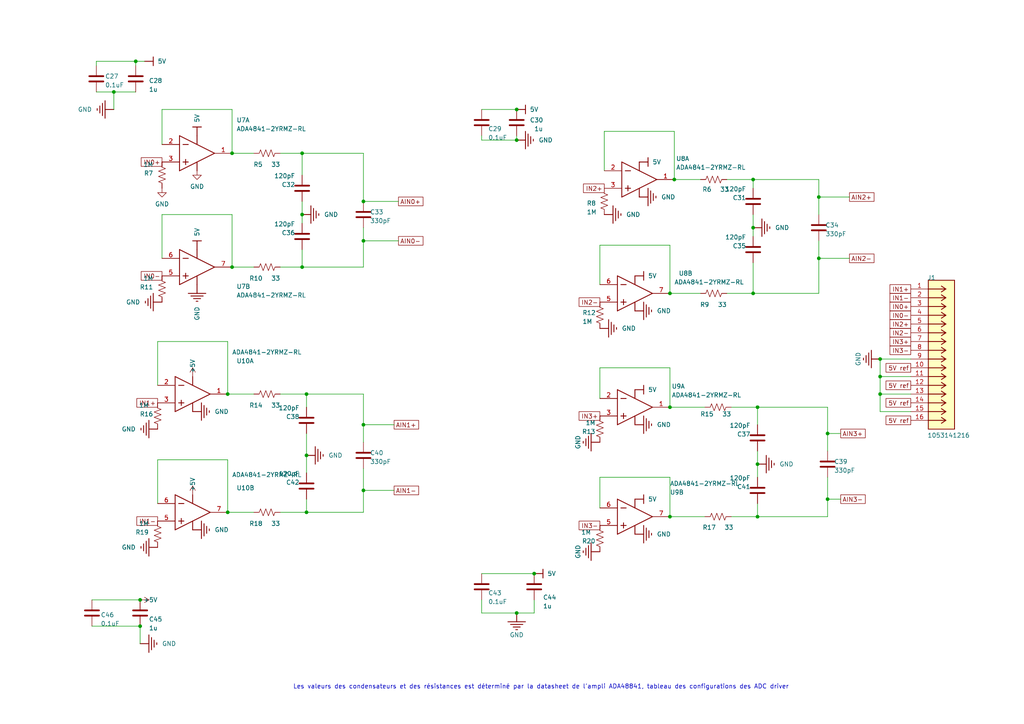
<source format=kicad_sch>
(kicad_sch (version 20211123) (generator eeschema)
  (paper "A4")
  (junction (at 149.86 177.8))
  (junction (at 194.31 149.86))
  (junction (at 40.64 173.99))
  (junction (at 88.9 114.3))
  (junction (at 218.44 66.04))
  (junction (at 219.71 118.11))
  (junction (at 66.04 114.3))
  (junction (at 255.27 109.22))
  (junction (at 237.49 57.15))
  (junction (at 88.9 148.59))
  (junction (at 105.41 142.24))
  (junction (at 237.49 74.93))
  (junction (at 255.27 104.14))
  (junction (at 105.41 58.42))
  (junction (at 194.31 85.09))
  (junction (at 219.71 149.86))
  (junction (at 218.44 85.09))
  (junction (at 40.64 181.61))
  (junction (at 195.58 52.07))
  (junction (at 149.86 31.75))
  (junction (at 105.41 69.85))
  (junction (at 33.02 26.67))
  (junction (at 194.31 118.11))
  (junction (at 240.03 125.73))
  (junction (at 149.86 40.64))
  (junction (at 39.37 17.78))
  (junction (at 87.63 77.47))
  (junction (at 219.71 134.62))
  (junction (at 240.03 144.78))
  (junction (at 88.9 132.08))
  (junction (at 255.27 114.3))
  (junction (at 66.04 148.59))
  (junction (at 218.44 52.07))
  (junction (at 105.41 123.19))
  (junction (at 87.63 62.23))
  (junction (at 67.31 44.45))
  (junction (at 67.31 77.47))
  (junction (at 154.94 166.37))
  (junction (at 87.63 44.45))
  (wire (pts (xy 173.99 147.32) (xy 173.99 138.43)))
  (wire (pts (xy 240.03 125.73) (xy 243.84 125.73)))
  (wire (pts (xy 81.28 148.59) (xy 88.9 148.59)))
  (wire (pts (xy 154.94 177.8) (xy 149.86 177.8)))
  (wire (pts (xy 237.49 52.07) (xy 218.44 52.07)))
  (wire (pts (xy 45.72 111.76) (xy 45.72 99.06)))
  (wire (pts (xy 81.28 44.45) (xy 87.63 44.45)))
  (wire (pts (xy 173.99 138.43) (xy 194.31 138.43)))
  (wire (pts (xy 218.44 66.04) (xy 218.44 68.58)))
  (wire (pts (xy 194.31 149.86) (xy 204.47 149.86)))
  (wire (pts (xy 67.31 31.75) (xy 67.31 44.45)))
  (wire (pts (xy 218.44 52.07) (xy 218.44 54.61)))
  (wire (pts (xy 66.04 133.35) (xy 66.04 148.59)))
  (wire (pts (xy 154.94 173.99) (xy 154.94 177.8)))
  (wire (pts (xy 33.02 26.67) (xy 39.37 26.67)))
  (wire (pts (xy 88.9 118.11) (xy 88.9 114.3)))
  (wire (pts (xy 173.99 82.55) (xy 173.99 71.12)))
  (wire (pts (xy 105.41 123.19) (xy 114.3 123.19)))
  (wire (pts (xy 39.37 17.78) (xy 39.37 19.05)))
  (wire (pts (xy 105.41 148.59) (xy 88.9 148.59)))
  (wire (pts (xy 255.27 119.38) (xy 255.27 114.3)))
  (wire (pts (xy 218.44 85.09) (xy 218.44 76.2)))
  (wire (pts (xy 105.41 142.24) (xy 105.41 148.59)))
  (wire (pts (xy 67.31 62.23) (xy 46.99 62.23)))
  (wire (pts (xy 149.86 40.64) (xy 149.86 39.37)))
  (wire (pts (xy 105.41 135.89) (xy 105.41 142.24)))
  (wire (pts (xy 139.7 177.8) (xy 149.86 177.8)))
  (wire (pts (xy 255.27 114.3) (xy 255.27 109.22)))
  (wire (pts (xy 219.71 118.11) (xy 212.09 118.11)))
  (wire (pts (xy 26.67 173.99) (xy 40.64 173.99)))
  (wire (pts (xy 33.02 26.67) (xy 33.02 31.75)))
  (wire (pts (xy 27.94 17.78) (xy 39.37 17.78)))
  (wire (pts (xy 210.82 52.07) (xy 218.44 52.07)))
  (wire (pts (xy 87.63 44.45) (xy 87.63 50.8)))
  (wire (pts (xy 88.9 132.08) (xy 88.9 137.16)))
  (wire (pts (xy 46.99 62.23) (xy 46.99 74.93)))
  (wire (pts (xy 237.49 57.15) (xy 237.49 52.07)))
  (wire (pts (xy 195.58 52.07) (xy 203.2 52.07)))
  (wire (pts (xy 240.03 138.43) (xy 240.03 144.78)))
  (wire (pts (xy 203.2 85.09) (xy 194.31 85.09)))
  (wire (pts (xy 195.58 38.1) (xy 195.58 52.07)))
  (wire (pts (xy 87.63 58.42) (xy 87.63 62.23)))
  (wire (pts (xy 105.41 69.85) (xy 105.41 77.47)))
  (wire (pts (xy 88.9 148.59) (xy 88.9 144.78)))
  (wire (pts (xy 115.57 58.42) (xy 105.41 58.42)))
  (wire (pts (xy 46.99 41.91) (xy 46.99 31.75)))
  (wire (pts (xy 45.72 99.06) (xy 66.04 99.06)))
  (wire (pts (xy 66.04 148.59) (xy 73.66 148.59)))
  (wire (pts (xy 66.04 114.3) (xy 73.66 114.3)))
  (wire (pts (xy 240.03 118.11) (xy 219.71 118.11)))
  (wire (pts (xy 175.26 49.53) (xy 175.26 38.1)))
  (wire (pts (xy 255.27 109.22) (xy 255.27 104.14)))
  (wire (pts (xy 240.03 144.78) (xy 243.84 144.78)))
  (wire (pts (xy 45.72 146.05) (xy 45.72 133.35)))
  (wire (pts (xy 218.44 62.23) (xy 218.44 66.04)))
  (wire (pts (xy 67.31 44.45) (xy 73.66 44.45)))
  (wire (pts (xy 264.16 119.38) (xy 255.27 119.38)))
  (wire (pts (xy 105.41 123.19) (xy 105.41 114.3)))
  (wire (pts (xy 219.71 130.81) (xy 219.71 134.62)))
  (wire (pts (xy 173.99 115.57) (xy 173.99 106.68)))
  (wire (pts (xy 87.63 72.39) (xy 87.63 77.47)))
  (wire (pts (xy 105.41 44.45) (xy 87.63 44.45)))
  (wire (pts (xy 87.63 62.23) (xy 87.63 64.77)))
  (wire (pts (xy 240.03 130.81) (xy 240.03 125.73)))
  (wire (pts (xy 105.41 114.3) (xy 88.9 114.3)))
  (wire (pts (xy 173.99 106.68) (xy 194.31 106.68)))
  (wire (pts (xy 139.7 40.64) (xy 149.86 40.64)))
  (wire (pts (xy 105.41 44.45) (xy 105.41 58.42)))
  (wire (pts (xy 210.82 85.09) (xy 218.44 85.09)))
  (wire (pts (xy 81.28 114.3) (xy 88.9 114.3)))
  (wire (pts (xy 26.67 181.61) (xy 40.64 181.61)))
  (wire (pts (xy 237.49 57.15) (xy 246.38 57.15)))
  (wire (pts (xy 45.72 133.35) (xy 66.04 133.35)))
  (wire (pts (xy 41.91 17.78) (xy 39.37 17.78)))
  (wire (pts (xy 264.16 109.22) (xy 255.27 109.22)))
  (wire (pts (xy 237.49 74.93) (xy 237.49 85.09)))
  (wire (pts (xy 264.16 114.3) (xy 255.27 114.3)))
  (wire (pts (xy 139.7 39.37) (xy 139.7 40.64)))
  (wire (pts (xy 175.26 38.1) (xy 195.58 38.1)))
  (wire (pts (xy 219.71 149.86) (xy 212.09 149.86)))
  (wire (pts (xy 240.03 149.86) (xy 219.71 149.86)))
  (wire (pts (xy 194.31 106.68) (xy 194.31 118.11)))
  (wire (pts (xy 67.31 77.47) (xy 67.31 62.23)))
  (wire (pts (xy 67.31 77.47) (xy 73.66 77.47)))
  (wire (pts (xy 139.7 31.75) (xy 149.86 31.75)))
  (wire (pts (xy 27.94 26.67) (xy 33.02 26.67)))
  (wire (pts (xy 27.94 19.05) (xy 27.94 17.78)))
  (wire (pts (xy 237.49 69.85) (xy 237.49 74.93)))
  (wire (pts (xy 105.41 142.24) (xy 114.3 142.24)))
  (wire (pts (xy 237.49 85.09) (xy 218.44 85.09)))
  (wire (pts (xy 194.31 71.12) (xy 194.31 85.09)))
  (wire (pts (xy 237.49 74.93) (xy 246.38 74.93)))
  (wire (pts (xy 105.41 69.85) (xy 115.57 69.85)))
  (wire (pts (xy 194.31 138.43) (xy 194.31 149.86)))
  (wire (pts (xy 105.41 77.47) (xy 87.63 77.47)))
  (wire (pts (xy 139.7 173.99) (xy 139.7 177.8)))
  (wire (pts (xy 240.03 144.78) (xy 240.03 149.86)))
  (wire (pts (xy 66.04 99.06) (xy 66.04 114.3)))
  (wire (pts (xy 46.99 31.75) (xy 67.31 31.75)))
  (wire (pts (xy 88.9 125.73) (xy 88.9 132.08)))
  (wire (pts (xy 219.71 146.05) (xy 219.71 149.86)))
  (wire (pts (xy 173.99 71.12) (xy 194.31 71.12)))
  (wire (pts (xy 139.7 166.37) (xy 154.94 166.37)))
  (wire (pts (xy 194.31 118.11) (xy 204.47 118.11)))
  (wire (pts (xy 105.41 128.27) (xy 105.41 123.19)))
  (wire (pts (xy 219.71 123.19) (xy 219.71 118.11)))
  (wire (pts (xy 219.71 134.62) (xy 219.71 138.43)))
  (wire (pts (xy 255.27 104.14) (xy 264.16 104.14)))
  (wire (pts (xy 105.41 66.04) (xy 105.41 69.85)))
  (wire (pts (xy 237.49 62.23) (xy 237.49 57.15)))
  (wire (pts (xy 40.64 181.61) (xy 40.64 186.69)))
  (wire (pts (xy 240.03 125.73) (xy 240.03 118.11)))
  (wire (pts (xy 81.28 77.47) (xy 87.63 77.47)))
  (text "Les valeurs des condensateurs et des résistances est déterminé par la datasheet de l'ampli ADA48841, tableau des configurations des ADC driver" (at 85 200.0072 0) (effects (font (size 1.27 1.27)) (justify left bottom)))
  (global_label "5V ref" (shape passive) (at 264.16 111.76 180) (property "Intersheet References" "${INTERSHEET_REFS}" (effects hide)))
  (global_label "AIN3-" (shape passive) (at 243.84 144.78 0) (property "Intersheet References" "${INTERSHEET_REFS}" (effects hide)))
  (global_label "IN1-" (shape passive) (at 264.16 86.36 180) (property "Intersheet References" "${INTERSHEET_REFS}" (effects hide)))
  (global_label "5V ref" (shape passive) (at 264.16 121.92 180) (property "Intersheet References" "${INTERSHEET_REFS}" (effects hide)))
  (global_label "IN2+" (shape passive) (at 264.16 93.98 180) (property "Intersheet References" "${INTERSHEET_REFS}" (effects hide)))
  (global_label "AIN1-" (shape passive) (at 114.3 142.24 0) (property "Intersheet References" "${INTERSHEET_REFS}" (effects hide)))
  (global_label "IN0-" (shape passive) (at 46.99 80.01 180) (property "Intersheet References" "${INTERSHEET_REFS}" (effects hide)))
  (global_label "IN3+" (shape passive) (at 264.16 99.06 180) (property "Intersheet References" "${INTERSHEET_REFS}" (effects hide)))
  (global_label "IN2+" (shape passive) (at 175.26 54.61 180) (property "Intersheet References" "${INTERSHEET_REFS}" (effects hide)))
  (global_label "IN3-" (shape passive) (at 264.16 101.6 180) (property "Intersheet References" "${INTERSHEET_REFS}" (effects hide)))
  (global_label "IN2-" (shape passive) (at 264.16 96.52 180) (property "Intersheet References" "${INTERSHEET_REFS}" (effects hide)))
  (global_label "IN0+" (shape passive) (at 46.99 46.99 180) (property "Intersheet References" "${INTERSHEET_REFS}" (effects hide)))
  (global_label "5V ref" (shape passive) (at 264.16 116.84 180) (property "Intersheet References" "${INTERSHEET_REFS}" (effects hide)))
  (global_label "IN0-" (shape passive) (at 264.16 91.44 180) (property "Intersheet References" "${INTERSHEET_REFS}" (effects hide)))
  (global_label "AIN2+" (shape passive) (at 246.38 57.15 0) (property "Intersheet References" "${INTERSHEET_REFS}" (effects hide)))
  (global_label "IN3-" (shape passive) (at 173.99 152.4 180) (property "Intersheet References" "${INTERSHEET_REFS}" (effects hide)))
  (global_label "5V ref" (shape passive) (at 264.16 106.68 180) (property "Intersheet References" "${INTERSHEET_REFS}" (effects hide)))
  (global_label "AIN1+" (shape passive) (at 114.3 123.19 0) (property "Intersheet References" "${INTERSHEET_REFS}" (effects hide)))
  (global_label "IN1-" (shape passive) (at 45.72 151.13 180) (property "Intersheet References" "${INTERSHEET_REFS}" (effects hide)))
  (global_label "IN1+" (shape passive) (at 45.72 116.84 180) (property "Intersheet References" "${INTERSHEET_REFS}" (effects hide)))
  (global_label "AIN0+" (shape passive) (at 115.57 58.42 0) (property "Intersheet References" "${INTERSHEET_REFS}" (effects hide)))
  (global_label "AIN2-" (shape passive) (at 246.38 74.93 0) (property "Intersheet References" "${INTERSHEET_REFS}" (effects hide)))
  (global_label "AIN0-" (shape passive) (at 115.57 69.85 0) (property "Intersheet References" "${INTERSHEET_REFS}" (effects hide)))
  (global_label "IN1+" (shape passive) (at 264.16 83.82 180) (property "Intersheet References" "${INTERSHEET_REFS}" (effects hide)))
  (global_label "AIN3+" (shape passive) (at 243.84 125.73 0) (property "Intersheet References" "${INTERSHEET_REFS}" (effects hide)))
  (global_label "IN0+" (shape passive) (at 264.16 88.9 180) (property "Intersheet References" "${INTERSHEET_REFS}" (effects hide)))
  (global_label "IN2-" (shape passive) (at 173.99 87.63 180) (property "Intersheet References" "${INTERSHEET_REFS}" (effects hide)))
  (global_label "IN3+" (shape passive) (at 173.99 120.65 180) (property "Intersheet References" "${INTERSHEET_REFS}" (effects hide)))
  (symbol (lib_id "Device:R_US") (at 173.99 156.21 180) (unit 1)
    (property "Reference" "R20" (at 172.72 156.21 0) (effects (justify left bottom)))
    (property "Value" "1M" (at 171.45 153.67 0) (effects (justify left bottom)))
    (property "Footprint" "RESC1608X55N" (effects hide))
    (property "PRICE" "None" (effects hide))
    (property "AVAILABILITY" "Unavailable" (effects hide))
    (property "ALTIUM_VALUE" "*" (effects hide))
    (property "MP" "RT0603DRD071ML" (effects hide))
    (property "PACKAGE" "None" (effects hide))
    (property "MF" "{'manufacturer': u'Yageo'}" (effects hide))
    (property "COMPONENT TYPE" "Standard" (effects hide))
    (property "DESIGN ITEM ID" "RT0603DRD071ML" (effects hide))
    (property "PIN COUNT" "2" (effects hide))
    (property "SOURCE" "workerBoard.SCHLIB" (effects hide))
  )
  (symbol (lib_id "driver0-3-altium-import:GND") (at 87.63 62.23 90) (unit 1)
    (property "Reference" "#PWR?" (effects hide))
    (property "Value" "GND" (at 93.98 62.23 90) (effects (justify right)))
  )
  (symbol (lib_id "driver0-3-altium-import:GND") (at 219.71 134.62 90) (unit 1)
    (property "Reference" "#PWR?" (effects hide))
    (property "Value" "GND" (at 226.06 134.62 90) (effects (justify right)))
  )
  (symbol (lib_id "lib:connector_accel") (at 264.16 83.82 0) (unit 1)
    (property "Reference" "J1" (at 268.986 81.28 0) (effects (justify left bottom)))
    (property "Value" "1053141216" (at 268.986 127 0) (effects (justify left bottom)))
    (property "Footprint" "CON_1053141216" (effects hide))
    (property "COPYRIGHT" "Copyright (C) 2021 Ultra Librarian. All rights reserved." (effects hide))
    (property "MFR_NAME" "Molex Connector Corporation" (effects hide))
    (property "MANUFACTURER_PART_NUMBER" "1053141216" (effects hide))
    (property "DIGI-KEY_PART_NUMBER_1" "WM15165-ND" (effects hide))
    (property "REFDES" "RefDes" (effects hide))
    (property "TYPE" "DEV" (effects hide))
    (property "COMPONENT TYPE" "Standard" (effects hide))
    (property "DESIGN ITEM ID" "1053141216" (effects hide))
    (property "PIN COUNT" "16" (effects hide))
    (property "SOURCE" "workerBoard.SCHLIB" (effects hide))
  )
  (symbol (lib_id "ADA4841_2:ADA4841_B") (at 52.07 72.39 0) (unit 2)
    (property "Reference" "U7" (at 68.58 83.82 0) (effects (justify left bottom)))
    (property "Value" "ADA4841-2YRMZ-RL" (at 68.58 86.36 0) (effects (justify left bottom)))
    (property "Footprint" "ADI-RM-8_M" (effects hide))
    (property "COMPONENTLINK3URL" "http://www.analog.com/static/imported-files/packages/PKG_PDF/MSOP%28RM%29/RM_8.pdf" (effects hide))
    (property "PARTNUMBER" "ADA4841-2YRMZ-RL" (effects hide))
    (property "MOUNTING TECHNOLOGY" "Surface Mount" (effects hide))
    (property "SLEW RATE" "13V/us" (effects hide))
    (property "DATASHEETVERSION" "Rev. E" (effects hide))
    (property "PACKAGEDESCRIPTION" "8-Pin Mini Small Outline Package, Body 3 x 3 mm, Pitch 0.65 mm" (effects hide))
    (property "IQ/AMP" "1.5mA" (effects hide))
    (property "PACKAGEREFERENCE" "RM-8" (effects hide))
    (property "AMPLIFIERS PER PACKAGE" "2" (effects hide))
    (property "SMALL SIGNAL BANDWIDTH" "80MHz" (effects hide))
    (property "V SPAN MIN" "2.7V" (effects hide))
    (property "COMPONENTLINK2URL" "http://www.analog.com/static/imported-files/data_sheets/ADA4841-1_4841-2.pdf" (effects hide))
    (property "COMPONENTLINK1DESCRIPTION" "Manufacturer URL" (effects hide))
    (property "COMPONENTLINK2DESCRIPTION" "Datasheet" (effects hide))
    (property "V SPAN MAX" "12V" (effects hide))
    (property "INPUT OFFSET VOLTAGE" "40uV" (effects hide))
    (property "MANUFACTURER" "Analog Devices" (effects hide))
    (property "GENERIC PART NUMBER" "ADA4841-2" (effects hide))
    (property "COMPONENTLINK1URL" "http://www.analog.com/en/index.html" (effects hide))
    (property "CODE_JEDEC" "MO-187-AA" (effects hide))
    (property "INPUT BIAS CURRENT" "3uA" (effects hide))
    (property "COMPONENTLINK3DESCRIPTION" "Package Specification" (effects hide))
    (property "COMPONENT TYPE" "Standard" (effects hide))
    (property "DESIGN ITEM ID" "CMP-0384-01677-1" (effects hide))
    (property "MANUFACTURER PART NUMBER" "ADA4841-2YRMZ-RL" (effects hide))
    (property "PIN COUNT" "8" (effects hide))
    (property "SOURCE" "workerBoard.SCHLIB" (effects hide))
  )
  (symbol (lib_id "driver0-3-altium-import:GND") (at 218.44 66.04 90) (unit 1)
    (property "Reference" "#PWR?" (effects hide))
    (property "Value" "GND" (at 224.79 66.04 90) (effects (justify right)))
  )
  (symbol (lib_id "Device:R_US") (at 77.47 148.59 90) (unit 1)
    (property "Reference" "R18" (at 76.2 151.13 90) (effects (justify left bottom)))
    (property "Value" "33" (at 81.28 151.13 90) (effects (justify left bottom)))
    (property "Footprint" "RESC1608X55N" (effects hide))
    (property "PRICE" "None" (effects hide))
    (property "AVAILABILITY" "Unavailable" (effects hide))
    (property "ALTIUM_VALUE" "*" (effects hide))
    (property "MP" "RT0603BRD0733RL" (effects hide))
    (property "PACKAGE" "None" (effects hide))
    (property "MF" "{'manufacturer': u'Yageo'}" (effects hide))
    (property "COMPONENT TYPE" "Standard" (effects hide))
    (property "DESIGN ITEM ID" "RT0603BRD0733RL_2" (effects hide))
    (property "PIN COUNT" "2" (effects hide))
    (property "SOURCE" "workerBoard.SCHLIB" (effects hide))
  )
  (symbol (lib_id "Device:C") (at 139.7 35.56 0) (unit 1)
    (property "Reference" "C29" (at 141.605 38.1 0) (effects (justify left bottom)))
    (property "Value" "0.1uF" (at 141.605 40.64 0) (effects (justify left bottom)))
    (property "Footprint" "CAPC1608X90N" (effects hide))
    (property "PRICE" "None" (effects hide))
    (property "AVAILABILITY" "Unavailable" (effects hide))
    (property "ALTIUM_VALUE" "*" (effects hide))
    (property "MP" "06033D104KAT2A" (effects hide))
    (property "PACKAGE" "None" (effects hide))
    (property "MF" "{'manufacturer': u'AVX'}" (effects hide))
    (property "COMPONENT TYPE" "Standard" (effects hide))
    (property "DESIGN ITEM ID" "06033D104KAT2A" (effects hide))
    (property "PIN COUNT" "2" (effects hide))
    (property "SOURCE" "workerBoard.SCHLIB" (effects hide))
  )
  (symbol (lib_id "Device:R_US") (at 45.72 120.65 180) (unit 1)
    (property "Reference" "R16" (at 44.45 119.38 0) (effects (justify left bottom)))
    (property "Value" "1M" (at 43.18 116.84 0) (effects (justify left bottom)))
    (property "Footprint" "RESC1608X55N" (effects hide))
    (property "PRICE" "None" (effects hide))
    (property "AVAILABILITY" "Unavailable" (effects hide))
    (property "ALTIUM_VALUE" "*" (effects hide))
    (property "MP" "RT0603DRD071ML" (effects hide))
    (property "PACKAGE" "None" (effects hide))
    (property "MF" "{'manufacturer': u'Yageo'}" (effects hide))
    (property "COMPONENT TYPE" "Standard" (effects hide))
    (property "DESIGN ITEM ID" "RT0603DRD071ML" (effects hide))
    (property "PIN COUNT" "2" (effects hide))
    (property "SOURCE" "workerBoard.SCHLIB" (effects hide))
  )
  (symbol (lib_id "driver0-3-altium-import:GND") (at 173.99 160.02 270) (unit 1)
    (property "Reference" "#PWR?" (effects hide))
    (property "Value" "GND" (at 167.64 160.02 0))
  )
  (symbol (lib_id "Device:C") (at 88.9 140.97 180) (unit 1)
    (property "Reference" "C42" (at 86.8649 139.1914 0) (effects (justify left bottom)))
    (property "Value" "120pF" (at 86.8649 136.6514 0) (effects (justify left bottom)))
    (property "Footprint" "CAPC1608X90" (effects hide))
    (property "PRICE" "None" (effects hide))
    (property "AVAILABILITY" "Unavailable" (effects hide))
    (property "ALTIUM_VALUE" "*" (effects hide))
    (property "MP" "06035A121GAT2A" (effects hide))
    (property "PACKAGE" "None" (effects hide))
    (property "MF" "{'manufacturer': u'AVX'}" (effects hide))
    (property "COMPONENT TYPE" "Standard" (effects hide))
    (property "DESIGN ITEM ID" "06035A121GAT2A" (effects hide))
    (property "PIN COUNT" "2" (effects hide))
    (property "SOURCE" "workerBoard.SCHLIB" (effects hide))
  )
  (symbol (lib_id "Device:C") (at 40.64 177.8 0) (unit 1)
    (property "Reference" "C45" (at 43.18 180.34 0) (effects (justify left bottom)))
    (property "Value" "1u" (at 43.18 182.88 0) (effects (justify left bottom)))
    (property "Footprint" "CAPC1608X90N" (effects hide))
    (property "DATASHEET LINK" "https://componentsearchengine.com/Datasheets/1/06031A100FAT2A.pdf" (effects hide))
    (property "HEIGHT" "0.9mm" (effects hide))
    (property "MANUFACTURER_NAME" "AVX" (effects hide))
    (property "MANUFACTURER_PART_NUMBER" "0603YC105MAT4A" (effects hide))
    (property "COMPONENT TYPE" "Standard" (effects hide))
    (property "DESIGN ITEM ID" "0603YC105MAT4A" (effects hide))
    (property "PIN COUNT" "2" (effects hide))
    (property "SOURCE" "workerBoard.SCHLIB" (effects hide))
  )
  (symbol (lib_id "ADA4841_2:ADA4841_B") (at 50.8 143.51 0) (unit 2)
    (property "Reference" "U10" (at 68.58 142.24 0) (effects (justify left bottom)))
    (property "Value" "ADA4841-2YRMZ-RL" (at 67.31 138.43 0) (effects (justify left bottom)))
    (property "Footprint" "ADI-RM-8_M" (effects hide))
    (property "COMPONENTLINK3URL" "http://www.analog.com/static/imported-files/packages/PKG_PDF/MSOP%28RM%29/RM_8.pdf" (effects hide))
    (property "PARTNUMBER" "ADA4841-2YRMZ-RL" (effects hide))
    (property "MOUNTING TECHNOLOGY" "Surface Mount" (effects hide))
    (property "SLEW RATE" "13V/us" (effects hide))
    (property "DATASHEETVERSION" "Rev. E" (effects hide))
    (property "PACKAGEDESCRIPTION" "8-Pin Mini Small Outline Package, Body 3 x 3 mm, Pitch 0.65 mm" (effects hide))
    (property "IQ/AMP" "1.5mA" (effects hide))
    (property "PACKAGEREFERENCE" "RM-8" (effects hide))
    (property "AMPLIFIERS PER PACKAGE" "2" (effects hide))
    (property "SMALL SIGNAL BANDWIDTH" "80MHz" (effects hide))
    (property "V SPAN MIN" "2.7V" (effects hide))
    (property "COMPONENTLINK2URL" "http://www.analog.com/static/imported-files/data_sheets/ADA4841-1_4841-2.pdf" (effects hide))
    (property "COMPONENTLINK1DESCRIPTION" "Manufacturer URL" (effects hide))
    (property "COMPONENTLINK2DESCRIPTION" "Datasheet" (effects hide))
    (property "V SPAN MAX" "12V" (effects hide))
    (property "INPUT OFFSET VOLTAGE" "40uV" (effects hide))
    (property "MANUFACTURER" "Analog Devices" (effects hide))
    (property "GENERIC PART NUMBER" "ADA4841-2" (effects hide))
    (property "COMPONENTLINK1URL" "http://www.analog.com/en/index.html" (effects hide))
    (property "CODE_JEDEC" "MO-187-AA" (effects hide))
    (property "INPUT BIAS CURRENT" "3uA" (effects hide))
    (property "COMPONENTLINK3DESCRIPTION" "Package Specification" (effects hide))
    (property "COMPONENT TYPE" "Standard" (effects hide))
    (property "DESIGN ITEM ID" "CMP-0384-01677-1" (effects hide))
    (property "MANUFACTURER PART NUMBER" "ADA4841-2YRMZ-RL" (effects hide))
    (property "PIN COUNT" "8" (effects hide))
    (property "SOURCE" "workerBoard.SCHLIB" (effects hide))
  )
  (symbol (lib_id "ADA4841_2:ADA4841_B") (at 179.07 144.78 0) (unit 2)
    (property "Reference" "U9" (at 194.31 143.51 0) (effects (justify left bottom)))
    (property "Value" "ADA4841-2YRMZ-RL" (at 194.31 140.97 0) (effects (justify left bottom)))
    (property "Footprint" "ADI-RM-8_M" (effects hide))
    (property "COMPONENTLINK3URL" "http://www.analog.com/static/imported-files/packages/PKG_PDF/MSOP%28RM%29/RM_8.pdf" (effects hide))
    (property "PARTNUMBER" "ADA4841-2YRMZ-RL" (effects hide))
    (property "MOUNTING TECHNOLOGY" "Surface Mount" (effects hide))
    (property "SLEW RATE" "13V/us" (effects hide))
    (property "DATASHEETVERSION" "Rev. E" (effects hide))
    (property "PACKAGEDESCRIPTION" "8-Pin Mini Small Outline Package, Body 3 x 3 mm, Pitch 0.65 mm" (effects hide))
    (property "IQ/AMP" "1.5mA" (effects hide))
    (property "PACKAGEREFERENCE" "RM-8" (effects hide))
    (property "AMPLIFIERS PER PACKAGE" "2" (effects hide))
    (property "SMALL SIGNAL BANDWIDTH" "80MHz" (effects hide))
    (property "V SPAN MIN" "2.7V" (effects hide))
    (property "COMPONENTLINK2URL" "http://www.analog.com/static/imported-files/data_sheets/ADA4841-1_4841-2.pdf" (effects hide))
    (property "COMPONENTLINK1DESCRIPTION" "Manufacturer URL" (effects hide))
    (property "COMPONENTLINK2DESCRIPTION" "Datasheet" (effects hide))
    (property "V SPAN MAX" "12V" (effects hide))
    (property "INPUT OFFSET VOLTAGE" "40uV" (effects hide))
    (property "MANUFACTURER" "Analog Devices" (effects hide))
    (property "GENERIC PART NUMBER" "ADA4841-2" (effects hide))
    (property "COMPONENTLINK1URL" "http://www.analog.com/en/index.html" (effects hide))
    (property "CODE_JEDEC" "MO-187-AA" (effects hide))
    (property "INPUT BIAS CURRENT" "3uA" (effects hide))
    (property "COMPONENTLINK3DESCRIPTION" "Package Specification" (effects hide))
    (property "COMPONENT TYPE" "Standard" (effects hide))
    (property "DESIGN ITEM ID" "CMP-0384-01677-1" (effects hide))
    (property "MANUFACTURER PART NUMBER" "ADA4841-2YRMZ-RL" (effects hide))
    (property "PIN COUNT" "8" (effects hide))
    (property "SOURCE" "workerBoard.SCHLIB" (effects hide))
  )
  (symbol (lib_id "Device:R_US") (at 77.47 114.3 90) (unit 1)
    (property "Reference" "R14" (at 76.2 116.84 90) (effects (justify left bottom)))
    (property "Value" "33" (at 81.28 116.84 90) (effects (justify left bottom)))
    (property "Footprint" "RESC1608X55N" (effects hide))
    (property "PRICE" "None" (effects hide))
    (property "AVAILABILITY" "Unavailable" (effects hide))
    (property "ALTIUM_VALUE" "*" (effects hide))
    (property "MP" "RT0603BRD0733RL" (effects hide))
    (property "PACKAGE" "None" (effects hide))
    (property "MF" "{'manufacturer': u'Yageo'}" (effects hide))
    (property "COMPONENT TYPE" "Standard" (effects hide))
    (property "DESIGN ITEM ID" "RT0603BRD0733RL_2" (effects hide))
    (property "PIN COUNT" "2" (effects hide))
    (property "SOURCE" "workerBoard.SCHLIB" (effects hide))
  )
  (symbol (lib_id "Device:C") (at 237.49 66.04 0) (unit 1)
    (property "Reference" "C34" (at 239.395 66.04 0) (effects (justify left bottom)))
    (property "Value" "330pF" (at 239.395 68.58 0) (effects (justify left bottom)))
    (property "Footprint" "CAPC1608X90" (effects hide))
    (property "PRICE" "None" (effects hide))
    (property "AVAILABILITY" "Unavailable" (effects hide))
    (property "ALTIUM_VALUE" "*" (effects hide))
    (property "MP" "06033A331GAT2A" (effects hide))
    (property "PACKAGE" "None" (effects hide))
    (property "MF" "{'manufacturer': u'AVX'}" (effects hide))
    (property "COMPONENT TYPE" "Standard" (effects hide))
    (property "DESIGN ITEM ID" "06033A331GAT2A" (effects hide))
    (property "PIN COUNT" "2" (effects hide))
    (property "SOURCE" "workerBoard.SCHLIB" (effects hide))
  )
  (symbol (lib_id "driver0-3-altium-import:5V") (at 184.15 144.78 90) (unit 1)
    (property "Reference" "#PWR0189" (effects hide))
    (property "Value" "5V" (at 187.96 144.78 90) (effects (justify right)))
  )
  (symbol (lib_id "Device:C") (at 240.03 134.62 0) (unit 1)
    (property "Reference" "C39" (at 241.935 134.62 0) (effects (justify left bottom)))
    (property "Value" "330pF" (at 241.935 137.16 0) (effects (justify left bottom)))
    (property "Footprint" "CAPC1608X90" (effects hide))
    (property "PRICE" "None" (effects hide))
    (property "AVAILABILITY" "Unavailable" (effects hide))
    (property "ALTIUM_VALUE" "*" (effects hide))
    (property "MP" "06033A331GAT2A" (effects hide))
    (property "PACKAGE" "None" (effects hide))
    (property "MF" "{'manufacturer': u'AVX'}" (effects hide))
    (property "COMPONENT TYPE" "Standard" (effects hide))
    (property "DESIGN ITEM ID" "06033A331GAT2A" (effects hide))
    (property "PIN COUNT" "2" (effects hide))
    (property "SOURCE" "workerBoard.SCHLIB" (effects hide))
  )
  (symbol (lib_id "Device:C") (at 154.94 170.18 0) (unit 1)
    (property "Reference" "C44" (at 157.48 173.99 0) (effects (justify left bottom)))
    (property "Value" "1u" (at 157.48 176.53 0) (effects (justify left bottom)))
    (property "Footprint" "CAPC1608X90N" (effects hide))
    (property "DATASHEET LINK" "https://componentsearchengine.com/Datasheets/1/06031A100FAT2A.pdf" (effects hide))
    (property "HEIGHT" "0.9mm" (effects hide))
    (property "MANUFACTURER_NAME" "AVX" (effects hide))
    (property "MANUFACTURER_PART_NUMBER" "0603YC105MAT4A" (effects hide))
    (property "COMPONENT TYPE" "Standard" (effects hide))
    (property "DESIGN ITEM ID" "0603YC105MAT4A" (effects hide))
    (property "PIN COUNT" "2" (effects hide))
    (property "SOURCE" "workerBoard.SCHLIB" (effects hide))
  )
  (symbol (lib_id "power:+5V") (at 40.64 173.99 270) (unit 1)
    (property "Reference" "#PWR0142" (effects hide))
    (property "Value" "5V" (at 45.72 173.99 90) (effects (justify right)))
  )
  (symbol (lib_id "driver0-3-altium-import:GND") (at 184.15 123.19 90) (unit 1)
    (property "Reference" "#PWR?" (effects hide))
    (property "Value" "GND" (at 190.5 123.19 90) (effects (justify right)))
  )
  (symbol (lib_id "ADA4841_2:ADA4841_B") (at 179.07 80.01 0) (unit 2)
    (property "Reference" "U8" (at 196.85 80.01 0) (effects (justify left bottom)))
    (property "Value" "ADA4841-2YRMZ-RL" (at 195.58 82.55 0) (effects (justify left bottom)))
    (property "Footprint" "ADI-RM-8_M" (effects hide))
    (property "COMPONENTLINK3URL" "http://www.analog.com/static/imported-files/packages/PKG_PDF/MSOP%28RM%29/RM_8.pdf" (effects hide))
    (property "PARTNUMBER" "ADA4841-2YRMZ-RL" (effects hide))
    (property "MOUNTING TECHNOLOGY" "Surface Mount" (effects hide))
    (property "SLEW RATE" "13V/us" (effects hide))
    (property "DATASHEETVERSION" "Rev. E" (effects hide))
    (property "PACKAGEDESCRIPTION" "8-Pin Mini Small Outline Package, Body 3 x 3 mm, Pitch 0.65 mm" (effects hide))
    (property "IQ/AMP" "1.5mA" (effects hide))
    (property "PACKAGEREFERENCE" "RM-8" (effects hide))
    (property "AMPLIFIERS PER PACKAGE" "2" (effects hide))
    (property "SMALL SIGNAL BANDWIDTH" "80MHz" (effects hide))
    (property "V SPAN MIN" "2.7V" (effects hide))
    (property "COMPONENTLINK2URL" "http://www.analog.com/static/imported-files/data_sheets/ADA4841-1_4841-2.pdf" (effects hide))
    (property "COMPONENTLINK1DESCRIPTION" "Manufacturer URL" (effects hide))
    (property "COMPONENTLINK2DESCRIPTION" "Datasheet" (effects hide))
    (property "V SPAN MAX" "12V" (effects hide))
    (property "INPUT OFFSET VOLTAGE" "40uV" (effects hide))
    (property "MANUFACTURER" "Analog Devices" (effects hide))
    (property "GENERIC PART NUMBER" "ADA4841-2" (effects hide))
    (property "COMPONENTLINK1URL" "http://www.analog.com/en/index.html" (effects hide))
    (property "CODE_JEDEC" "MO-187-AA" (effects hide))
    (property "INPUT BIAS CURRENT" "3uA" (effects hide))
    (property "COMPONENTLINK3DESCRIPTION" "Package Specification" (effects hide))
    (property "COMPONENT TYPE" "Standard" (effects hide))
    (property "DESIGN ITEM ID" "CMP-0384-01677-1" (effects hide))
    (property "MANUFACTURER PART NUMBER" "ADA4841-2YRMZ-RL" (effects hide))
    (property "PIN COUNT" "8" (effects hide))
    (property "SOURCE" "workerBoard.SCHLIB" (effects hide))
  )
  (symbol (lib_id "Device:C") (at 149.86 35.56 0) (unit 1)
    (property "Reference" "C30" (at 153.67 35.56 0) (effects (justify left bottom)))
    (property "Value" "1u" (at 154.94 38.1 0) (effects (justify left bottom)))
    (property "Footprint" "CAPC1608X90N" (effects hide))
    (property "DATASHEET LINK" "https://componentsearchengine.com/Datasheets/1/06031A100FAT2A.pdf" (effects hide))
    (property "HEIGHT" "0.9mm" (effects hide))
    (property "MANUFACTURER_NAME" "AVX" (effects hide))
    (property "MANUFACTURER_PART_NUMBER" "0603YC105MAT4A" (effects hide))
    (property "COMPONENT TYPE" "Standard" (effects hide))
    (property "DESIGN ITEM ID" "0603YC105MAT4A" (effects hide))
    (property "PIN COUNT" "2" (effects hide))
    (property "SOURCE" "workerBoard.SCHLIB" (effects hide))
  )
  (symbol (lib_id "driver0-3-altium-import:GND") (at 184.15 154.94 90) (unit 1)
    (property "Reference" "#PWR?" (effects hide))
    (property "Value" "GND" (at 190.5 154.94 90) (effects (justify right)))
  )
  (symbol (lib_id "driver0-3-altium-import:GND") (at 173.99 128.27 270) (unit 1)
    (property "Reference" "#PWR?" (effects hide))
    (property "Value" "GND" (at 167.64 128.27 0))
  )
  (symbol (lib_id "Device:C") (at 139.7 170.18 0) (unit 1)
    (property "Reference" "C43" (at 141.605 172.72 0) (effects (justify left bottom)))
    (property "Value" "0.1uF" (at 141.605 175.26 0) (effects (justify left bottom)))
    (property "Footprint" "CAPC1608X90N" (effects hide))
    (property "PRICE" "None" (effects hide))
    (property "AVAILABILITY" "Unavailable" (effects hide))
    (property "ALTIUM_VALUE" "*" (effects hide))
    (property "MP" "06033D104KAT2A" (effects hide))
    (property "PACKAGE" "None" (effects hide))
    (property "MF" "{'manufacturer': u'AVX'}" (effects hide))
    (property "COMPONENT TYPE" "Standard" (effects hide))
    (property "DESIGN ITEM ID" "06033D104KAT2A" (effects hide))
    (property "PIN COUNT" "2" (effects hide))
    (property "SOURCE" "workerBoard.SCHLIB" (effects hide))
  )
  (symbol (lib_id "driver0-3-altium-import:GND") (at 173.99 95.25 90) (unit 1)
    (property "Reference" "#PWR?" (effects hide))
    (property "Value" "GND" (at 180.34 95.25 90) (effects (justify right)))
  )
  (symbol (lib_id "driver0-3-altium-import:5V") (at 149.86 31.75 90) (unit 1)
    (property "Reference" "#PWR?" (effects hide))
    (property "Value" "5V" (at 153.67 31.75 90) (effects (justify right)))
  )
  (symbol (lib_id "Device:C") (at 87.63 54.61 180) (unit 1)
    (property "Reference" "C32" (at 85.5949 52.8314 0) (effects (justify left bottom)))
    (property "Value" "120pF" (at 85.5949 50.2914 0) (effects (justify left bottom)))
    (property "Footprint" "CAPC1608X90" (effects hide))
    (property "PRICE" "None" (effects hide))
    (property "AVAILABILITY" "Unavailable" (effects hide))
    (property "ALTIUM_VALUE" "*" (effects hide))
    (property "MP" "06035A121GAT2A" (effects hide))
    (property "PACKAGE" "None" (effects hide))
    (property "MF" "{'manufacturer': u'AVX'}" (effects hide))
    (property "COMPONENT TYPE" "Standard" (effects hide))
    (property "DESIGN ITEM ID" "06035A121GAT2A" (effects hide))
    (property "PIN COUNT" "2" (effects hide))
    (property "SOURCE" "workerBoard.SCHLIB" (effects hide))
  )
  (symbol (lib_id "power:+5V") (at 55.88 143.51 0) (unit 1)
    (property "Reference" "#PWR0147" (effects hide))
    (property "Value" "5V" (at 55.88 138.43 90) (effects (justify right)))
  )
  (symbol (lib_id "Device:R_US") (at 208.28 118.11 90) (unit 1)
    (property "Reference" "R15" (at 207.01 119.38 90) (effects (justify left bottom)))
    (property "Value" "33" (at 212.09 119.38 90) (effects (justify left bottom)))
    (property "Footprint" "RESC1608X55N" (effects hide))
    (property "PRICE" "None" (effects hide))
    (property "AVAILABILITY" "Unavailable" (effects hide))
    (property "ALTIUM_VALUE" "*" (effects hide))
    (property "MP" "RT0603BRD0733RL" (effects hide))
    (property "PACKAGE" "None" (effects hide))
    (property "MF" "{'manufacturer': u'Yageo'}" (effects hide))
    (property "COMPONENT TYPE" "Standard" (effects hide))
    (property "DESIGN ITEM ID" "RT0603BRD0733RL_2" (effects hide))
    (property "PIN COUNT" "2" (effects hide))
    (property "SOURCE" "workerBoard.SCHLIB" (effects hide))
  )
  (symbol (lib_id "Device:R_US") (at 46.99 83.82 180) (unit 1)
    (property "Reference" "R11" (at 44.45 82.55 0) (effects (justify left bottom)))
    (property "Value" "1M" (at 44.45 80.01 0) (effects (justify left bottom)))
    (property "Footprint" "RESC1608X55N" (effects hide))
    (property "PRICE" "None" (effects hide))
    (property "AVAILABILITY" "Unavailable" (effects hide))
    (property "ALTIUM_VALUE" "*" (effects hide))
    (property "MP" "RT0603DRD071ML" (effects hide))
    (property "PACKAGE" "None" (effects hide))
    (property "MF" "{'manufacturer': u'Yageo'}" (effects hide))
    (property "COMPONENT TYPE" "Standard" (effects hide))
    (property "DESIGN ITEM ID" "RT0603DRD071ML" (effects hide))
    (property "PIN COUNT" "2" (effects hide))
    (property "SOURCE" "workerBoard.SCHLIB" (effects hide))
  )
  (symbol (lib_id "Device:R_US") (at 207.01 85.09 90) (unit 1)
    (property "Reference" "R9" (at 205.74 87.63 90) (effects (justify left bottom)))
    (property "Value" "33" (at 210.82 87.63 90) (effects (justify left bottom)))
    (property "Footprint" "RESC1608X55N" (effects hide))
    (property "PRICE" "None" (effects hide))
    (property "AVAILABILITY" "Unavailable" (effects hide))
    (property "ALTIUM_VALUE" "*" (effects hide))
    (property "MP" "RT0603BRD0733RL" (effects hide))
    (property "PACKAGE" "None" (effects hide))
    (property "MF" "{'manufacturer': u'Yageo'}" (effects hide))
    (property "COMPONENT TYPE" "Standard" (effects hide))
    (property "DESIGN ITEM ID" "RT0603BRD0733RL_2" (effects hide))
    (property "PIN COUNT" "2" (effects hide))
    (property "SOURCE" "workerBoard.SCHLIB" (effects hide))
  )
  (symbol (lib_id "Device:C") (at 219.71 142.24 180) (unit 1)
    (property "Reference" "C41" (at 217.6749 140.4614 0) (effects (justify left bottom)))
    (property "Value" "120pF" (at 217.6749 137.9214 0) (effects (justify left bottom)))
    (property "Footprint" "CAPC1608X90" (effects hide))
    (property "PRICE" "None" (effects hide))
    (property "AVAILABILITY" "Unavailable" (effects hide))
    (property "ALTIUM_VALUE" "*" (effects hide))
    (property "MP" "06035A121GAT2A" (effects hide))
    (property "PACKAGE" "None" (effects hide))
    (property "MF" "{'manufacturer': u'AVX'}" (effects hide))
    (property "COMPONENT TYPE" "Standard" (effects hide))
    (property "DESIGN ITEM ID" "06035A121GAT2A" (effects hide))
    (property "PIN COUNT" "2" (effects hide))
    (property "SOURCE" "workerBoard.SCHLIB" (effects hide))
  )
  (symbol (lib_id "ADA4841_2:ADA4841_A") (at 179.07 113.03 0) (unit 1)
    (property "Reference" "U9" (at 194.818 112.776 0) (effects (justify left bottom)))
    (property "Value" "ADA4841-2YRMZ-RL" (at 194.818 115.316 0) (effects (justify left bottom)))
    (property "Footprint" "ADI-RM-8_M" (effects hide))
    (property "COMPONENTLINK3URL" "http://www.analog.com/static/imported-files/packages/PKG_PDF/MSOP%28RM%29/RM_8.pdf" (effects hide))
    (property "PARTNUMBER" "ADA4841-2YRMZ-RL" (effects hide))
    (property "MOUNTING TECHNOLOGY" "Surface Mount" (effects hide))
    (property "SLEW RATE" "13V/us" (effects hide))
    (property "DATASHEETVERSION" "Rev. E" (effects hide))
    (property "PACKAGEDESCRIPTION" "8-Pin Mini Small Outline Package, Body 3 x 3 mm, Pitch 0.65 mm" (effects hide))
    (property "IQ/AMP" "1.5mA" (effects hide))
    (property "PACKAGEREFERENCE" "RM-8" (effects hide))
    (property "AMPLIFIERS PER PACKAGE" "2" (effects hide))
    (property "SMALL SIGNAL BANDWIDTH" "80MHz" (effects hide))
    (property "V SPAN MIN" "2.7V" (effects hide))
    (property "COMPONENTLINK2URL" "http://www.analog.com/static/imported-files/data_sheets/ADA4841-1_4841-2.pdf" (effects hide))
    (property "COMPONENTLINK1DESCRIPTION" "Manufacturer URL" (effects hide))
    (property "COMPONENTLINK2DESCRIPTION" "Datasheet" (effects hide))
    (property "V SPAN MAX" "12V" (effects hide))
    (property "INPUT OFFSET VOLTAGE" "40uV" (effects hide))
    (property "MANUFACTURER" "Analog Devices" (effects hide))
    (property "GENERIC PART NUMBER" "ADA4841-2" (effects hide))
    (property "COMPONENTLINK1URL" "http://www.analog.com/en/index.html" (effects hide))
    (property "CODE_JEDEC" "MO-187-AA" (effects hide))
    (property "INPUT BIAS CURRENT" "3uA" (effects hide))
    (property "COMPONENTLINK3DESCRIPTION" "Package Specification" (effects hide))
    (property "COMPONENT TYPE" "Standard" (effects hide))
    (property "DESIGN ITEM ID" "CMP-0384-01677-1" (effects hide))
    (property "MANUFACTURER PART NUMBER" "ADA4841-2YRMZ-RL" (effects hide))
    (property "PIN COUNT" "8" (effects hide))
    (property "SOURCE" "workerBoard.SCHLIB" (effects hide))
  )
  (symbol (lib_id "power:GND") (at 57.15 49.53 0) (unit 1)
    (property "Reference" "#PWR0185" (effects hide))
    (property "Value" "GND" (at 57.15 54.102 0))
  )
  (symbol (lib_id "driver0-3-altium-import:GND") (at 45.72 158.75 270) (unit 1)
    (property "Reference" "#PWR?" (effects hide))
    (property "Value" "GND" (at 39.37 158.75 90) (effects (justify right)))
  )
  (symbol (lib_id "Device:C") (at 105.41 132.08 0) (unit 1)
    (property "Reference" "C40" (at 107.315 132.08 0) (effects (justify left bottom)))
    (property "Value" "330pF" (at 107.315 134.62 0) (effects (justify left bottom)))
    (property "Footprint" "CAPC1608X90" (effects hide))
    (property "PRICE" "None" (effects hide))
    (property "AVAILABILITY" "Unavailable" (effects hide))
    (property "ALTIUM_VALUE" "*" (effects hide))
    (property "MP" "06033A331GAT2A" (effects hide))
    (property "PACKAGE" "None" (effects hide))
    (property "MF" "{'manufacturer': u'AVX'}" (effects hide))
    (property "COMPONENT TYPE" "Standard" (effects hide))
    (property "DESIGN ITEM ID" "06033A331GAT2A" (effects hide))
    (property "PIN COUNT" "2" (effects hide))
    (property "SOURCE" "workerBoard.SCHLIB" (effects hide))
  )
  (symbol (lib_id "driver0-3-altium-import:GND") (at 55.88 119.38 90) (unit 1)
    (property "Reference" "#PWR?" (effects hide))
    (property "Value" "GND" (at 62.23 119.38 90) (effects (justify right)))
  )
  (symbol (lib_id "driver0-3-altium-import:GND") (at 185.42 57.15 90) (unit 1)
    (property "Reference" "#PWR?" (effects hide))
    (property "Value" "GND" (at 191.77 57.15 90) (effects (justify right)))
  )
  (symbol (lib_id "Device:R_US") (at 208.28 149.86 90) (unit 1)
    (property "Reference" "R17" (at 207.67 152.2528 90) (effects (justify left bottom)))
    (property "Value" "33" (at 212.75 152.2528 90) (effects (justify left bottom)))
    (property "Footprint" "RESC1608X55N" (effects hide))
    (property "PRICE" "None" (effects hide))
    (property "AVAILABILITY" "Unavailable" (effects hide))
    (property "ALTIUM_VALUE" "*" (effects hide))
    (property "MP" "RT0603BRD0733RL" (effects hide))
    (property "PACKAGE" "None" (effects hide))
    (property "MF" "{'manufacturer': u'Yageo'}" (effects hide))
    (property "COMPONENT TYPE" "Standard" (effects hide))
    (property "DESIGN ITEM ID" "RT0603BRD0733RL_2" (effects hide))
    (property "PIN COUNT" "2" (effects hide))
    (property "SOURCE" "workerBoard.SCHLIB" (effects hide))
  )
  (symbol (lib_id "Device:C") (at 87.63 68.58 180) (unit 1)
    (property "Reference" "C36" (at 85.5949 66.8014 0) (effects (justify left bottom)))
    (property "Value" "120pF" (at 85.5949 64.2614 0) (effects (justify left bottom)))
    (property "Footprint" "CAPC1608X90" (effects hide))
    (property "PRICE" "None" (effects hide))
    (property "AVAILABILITY" "Unavailable" (effects hide))
    (property "ALTIUM_VALUE" "*" (effects hide))
    (property "MP" "06035A121GAT2A" (effects hide))
    (property "PACKAGE" "None" (effects hide))
    (property "MF" "{'manufacturer': u'AVX'}" (effects hide))
    (property "COMPONENT TYPE" "Standard" (effects hide))
    (property "DESIGN ITEM ID" "06035A121GAT2A" (effects hide))
    (property "PIN COUNT" "2" (effects hide))
    (property "SOURCE" "workerBoard.SCHLIB" (effects hide))
  )
  (symbol (lib_id "Device:R_US") (at 173.99 91.44 0) (unit 1)
    (property "Reference" "R12" (at 168.91 91.44 0) (effects (justify left bottom)))
    (property "Value" "1M" (at 168.91 93.98 0) (effects (justify left bottom)))
    (property "Footprint" "RESC1608X55N" (effects hide))
    (property "PRICE" "None" (effects hide))
    (property "AVAILABILITY" "Unavailable" (effects hide))
    (property "ALTIUM_VALUE" "*" (effects hide))
    (property "MP" "RT0603DRD071ML" (effects hide))
    (property "PACKAGE" "None" (effects hide))
    (property "MF" "{'manufacturer': u'Yageo'}" (effects hide))
    (property "COMPONENT TYPE" "Standard" (effects hide))
    (property "DESIGN ITEM ID" "RT0603DRD071ML" (effects hide))
    (property "PIN COUNT" "2" (effects hide))
    (property "SOURCE" "workerBoard.SCHLIB" (effects hide))
  )
  (symbol (lib_id "driver0-3-altium-import:GND") (at 255.27 104.14 270) (unit 1)
    (property "Reference" "#PWR?" (effects hide))
    (property "Value" "GND" (at 248.92 104.14 0))
  )
  (symbol (lib_id "Device:C") (at 26.67 177.8 0) (unit 1)
    (property "Reference" "C46" (at 29.21 179.07 0) (effects (justify left bottom)))
    (property "Value" "0.1uF" (at 29.21 181.61 0) (effects (justify left bottom)))
    (property "Footprint" "CAPC1608X90N" (effects hide))
    (property "PRICE" "None" (effects hide))
    (property "AVAILABILITY" "Unavailable" (effects hide))
    (property "ALTIUM_VALUE" "*" (effects hide))
    (property "MP" "06033D104KAT2A" (effects hide))
    (property "PACKAGE" "None" (effects hide))
    (property "MF" "{'manufacturer': u'AVX'}" (effects hide))
    (property "COMPONENT TYPE" "Standard" (effects hide))
    (property "DESIGN ITEM ID" "06033D104KAT2A" (effects hide))
    (property "PIN COUNT" "2" (effects hide))
    (property "SOURCE" "workerBoard.SCHLIB" (effects hide))
  )
  (symbol (lib_id "driver0-3-altium-import:5V") (at 154.94 166.37 90) (unit 1)
    (property "Reference" "#PWR?" (effects hide))
    (property "Value" "5V" (at 158.75 166.37 90) (effects (justify right)))
  )
  (symbol (lib_id "power:+5V") (at 55.88 109.22 0) (unit 1)
    (property "Reference" "#PWR0145" (effects hide))
    (property "Value" "5V" (at 55.88 104.14 90) (effects (justify right)))
  )
  (symbol (lib_id "driver0-3-altium-import:GND") (at 33.02 31.75 270) (unit 1)
    (property "Reference" "#PWR?" (effects hide))
    (property "Value" "GND" (at 26.67 31.75 90) (effects (justify right)))
  )
  (symbol (lib_id "driver0-3-altium-import:GND") (at 55.88 153.67 90) (unit 1)
    (property "Reference" "#PWR?" (effects hide))
    (property "Value" "GND" (at 62.23 153.67 90) (effects (justify right)))
  )
  (symbol (lib_id "ADA4841_2:ADA4841_A") (at 52.07 39.37 0) (unit 1)
    (property "Reference" "U7" (at 68.58 35.56 0) (effects (justify left bottom)))
    (property "Value" "ADA4841-2YRMZ-RL" (at 68.58 38.1 0) (effects (justify left bottom)))
    (property "Footprint" "ADI-RM-8_M" (effects hide))
    (property "COMPONENTLINK3URL" "http://www.analog.com/static/imported-files/packages/PKG_PDF/MSOP%28RM%29/RM_8.pdf" (effects hide))
    (property "PARTNUMBER" "ADA4841-2YRMZ-RL" (effects hide))
    (property "MOUNTING TECHNOLOGY" "Surface Mount" (effects hide))
    (property "SLEW RATE" "13V/us" (effects hide))
    (property "DATASHEETVERSION" "Rev. E" (effects hide))
    (property "PACKAGEDESCRIPTION" "8-Pin Mini Small Outline Package, Body 3 x 3 mm, Pitch 0.65 mm" (effects hide))
    (property "IQ/AMP" "1.5mA" (effects hide))
    (property "PACKAGEREFERENCE" "RM-8" (effects hide))
    (property "AMPLIFIERS PER PACKAGE" "2" (effects hide))
    (property "SMALL SIGNAL BANDWIDTH" "80MHz" (effects hide))
    (property "V SPAN MIN" "2.7V" (effects hide))
    (property "COMPONENTLINK2URL" "http://www.analog.com/static/imported-files/data_sheets/ADA4841-1_4841-2.pdf" (effects hide))
    (property "COMPONENTLINK1DESCRIPTION" "Manufacturer URL" (effects hide))
    (property "COMPONENTLINK2DESCRIPTION" "Datasheet" (effects hide))
    (property "V SPAN MAX" "12V" (effects hide))
    (property "INPUT OFFSET VOLTAGE" "40uV" (effects hide))
    (property "MANUFACTURER" "Analog Devices" (effects hide))
    (property "GENERIC PART NUMBER" "ADA4841-2" (effects hide))
    (property "COMPONENTLINK1URL" "http://www.analog.com/en/index.html" (effects hide))
    (property "CODE_JEDEC" "MO-187-AA" (effects hide))
    (property "INPUT BIAS CURRENT" "3uA" (effects hide))
    (property "COMPONENTLINK3DESCRIPTION" "Package Specification" (effects hide))
    (property "COMPONENT TYPE" "Standard" (effects hide))
    (property "DESIGN ITEM ID" "CMP-0384-01677-1" (effects hide))
    (property "MANUFACTURER PART NUMBER" "ADA4841-2YRMZ-RL" (effects hide))
    (property "PIN COUNT" "8" (effects hide))
    (property "SOURCE" "workerBoard.SCHLIB" (effects hide))
  )
  (symbol (lib_id "Device:R_US") (at 77.47 44.45 90) (unit 1)
    (property "Reference" "R5" (at 76.2 46.99 90) (effects (justify left bottom)))
    (property "Value" "33" (at 81.28 46.99 90) (effects (justify left bottom)))
    (property "Footprint" "RESC1608X55N" (effects hide))
    (property "PRICE" "None" (effects hide))
    (property "AVAILABILITY" "Unavailable" (effects hide))
    (property "ALTIUM_VALUE" "*" (effects hide))
    (property "MP" "RT0603BRD0733RL" (effects hide))
    (property "PACKAGE" "None" (effects hide))
    (property "MF" "{'manufacturer': u'Yageo'}" (effects hide))
    (property "COMPONENT TYPE" "Standard" (effects hide))
    (property "DESIGN ITEM ID" "RT0603BRD0733RL_2" (effects hide))
    (property "PIN COUNT" "2" (effects hide))
    (property "SOURCE" "workerBoard.SCHLIB" (effects hide))
  )
  (symbol (lib_id "Device:C") (at 27.94 22.86 0) (unit 1)
    (property "Reference" "C27" (at 30.48 22.86 0) (effects (justify left bottom)))
    (property "Value" "0.1uF" (at 30.48 25.4 0) (effects (justify left bottom)))
    (property "Footprint" "CAPC1608X90N" (effects hide))
    (property "PRICE" "None" (effects hide))
    (property "AVAILABILITY" "Unavailable" (effects hide))
    (property "ALTIUM_VALUE" "*" (effects hide))
    (property "MP" "06033D104KAT2A" (effects hide))
    (property "PACKAGE" "None" (effects hide))
    (property "MF" "{'manufacturer': u'AVX'}" (effects hide))
    (property "COMPONENT TYPE" "Standard" (effects hide))
    (property "DESIGN ITEM ID" "06033D104KAT2A" (effects hide))
    (property "PIN COUNT" "2" (effects hide))
    (property "SOURCE" "workerBoard.SCHLIB" (effects hide))
  )
  (symbol (lib_id "Device:R_US") (at 45.72 154.94 180) (unit 1)
    (property "Reference" "R19" (at 43.18 153.67 0) (effects (justify left bottom)))
    (property "Value" "1M" (at 43.18 151.13 0) (effects (justify left bottom)))
    (property "Footprint" "RESC1608X55N" (effects hide))
    (property "PRICE" "None" (effects hide))
    (property "AVAILABILITY" "Unavailable" (effects hide))
    (property "ALTIUM_VALUE" "*" (effects hide))
    (property "MP" "RT0603DRD071ML" (effects hide))
    (property "PACKAGE" "None" (effects hide))
    (property "MF" "{'manufacturer': u'Yageo'}" (effects hide))
    (property "COMPONENT TYPE" "Standard" (effects hide))
    (property "DESIGN ITEM ID" "RT0603DRD071ML" (effects hide))
    (property "PIN COUNT" "2" (effects hide))
    (property "SOURCE" "workerBoard.SCHLIB" (effects hide))
  )
  (symbol (lib_id "Device:C") (at 105.41 62.23 0) (unit 1)
    (property "Reference" "C33" (at 107.315 62.23 0) (effects (justify left bottom)))
    (property "Value" "330pF" (at 107.315 64.77 0) (effects (justify left bottom)))
    (property "Footprint" "CAPC1608X90" (effects hide))
    (property "PRICE" "None" (effects hide))
    (property "AVAILABILITY" "Unavailable" (effects hide))
    (property "ALTIUM_VALUE" "*" (effects hide))
    (property "MP" "06033A331GAT2A" (effects hide))
    (property "PACKAGE" "None" (effects hide))
    (property "MF" "{'manufacturer': u'AVX'}" (effects hide))
    (property "COMPONENT TYPE" "Standard" (effects hide))
    (property "DESIGN ITEM ID" "06033A331GAT2A" (effects hide))
    (property "PIN COUNT" "2" (effects hide))
    (property "SOURCE" "workerBoard.SCHLIB" (effects hide))
  )
  (symbol (lib_id "Device:C") (at 219.71 127 180) (unit 1)
    (property "Reference" "C37" (at 217.6749 125.2214 0) (effects (justify left bottom)))
    (property "Value" "120pF" (at 217.6749 122.6814 0) (effects (justify left bottom)))
    (property "Footprint" "CAPC1608X90" (effects hide))
    (property "PRICE" "None" (effects hide))
    (property "AVAILABILITY" "Unavailable" (effects hide))
    (property "ALTIUM_VALUE" "*" (effects hide))
    (property "MP" "06035A121GAT2A" (effects hide))
    (property "PACKAGE" "None" (effects hide))
    (property "MF" "{'manufacturer': u'AVX'}" (effects hide))
    (property "COMPONENT TYPE" "Standard" (effects hide))
    (property "DESIGN ITEM ID" "06035A121GAT2A" (effects hide))
    (property "PIN COUNT" "2" (effects hide))
    (property "SOURCE" "workerBoard.SCHLIB" (effects hide))
  )
  (symbol (lib_id "power:GND") (at 46.99 54.61 0) (unit 1)
    (property "Reference" "#PWR0186" (effects hide))
    (property "Value" "GND" (at 46.99 59.182 0))
  )
  (symbol (lib_id "Device:C") (at 39.37 22.86 0) (unit 1)
    (property "Reference" "C28" (at 43.18 24.13 0) (effects (justify left bottom)))
    (property "Value" "1u" (at 43.18 26.67 0) (effects (justify left bottom)))
    (property "Footprint" "CAPC1608X90N" (effects hide))
    (property "DATASHEET LINK" "https://componentsearchengine.com/Datasheets/1/06031A100FAT2A.pdf" (effects hide))
    (property "HEIGHT" "0.9mm" (effects hide))
    (property "MANUFACTURER_NAME" "AVX" (effects hide))
    (property "MANUFACTURER_PART_NUMBER" "0603YC105MAT4A" (effects hide))
    (property "COMPONENT TYPE" "Standard" (effects hide))
    (property "DESIGN ITEM ID" "0603YC105MAT4A" (effects hide))
    (property "PIN COUNT" "2" (effects hide))
    (property "SOURCE" "workerBoard.SCHLIB" (effects hide))
  )
  (symbol (lib_id "Device:R_US") (at 173.99 124.46 180) (unit 1)
    (property "Reference" "R13" (at 172.72 124.46 0) (effects (justify left bottom)))
    (property "Value" "1M" (at 172.72 121.92 0) (effects (justify left bottom)))
    (property "Footprint" "RESC1608X55N" (effects hide))
    (property "PRICE" "None" (effects hide))
    (property "AVAILABILITY" "Unavailable" (effects hide))
    (property "ALTIUM_VALUE" "*" (effects hide))
    (property "MP" "RT0603DRD071ML" (effects hide))
    (property "PACKAGE" "None" (effects hide))
    (property "MF" "{'manufacturer': u'Yageo'}" (effects hide))
    (property "COMPONENT TYPE" "Standard" (effects hide))
    (property "DESIGN ITEM ID" "RT0603DRD071ML" (effects hide))
    (property "PIN COUNT" "2" (effects hide))
    (property "SOURCE" "workerBoard.SCHLIB" (effects hide))
  )
  (symbol (lib_id "driver0-3-altium-import:GND") (at 149.86 177.8 0) (unit 1)
    (property "Reference" "#PWR?" (effects hide))
    (property "Value" "GND" (at 149.86 184.15 0))
  )
  (symbol (lib_id "Device:R_US") (at 207.01 52.07 90) (unit 1)
    (property "Reference" "R6" (at 206.4 54.2128 90) (effects (justify left bottom)))
    (property "Value" "33" (at 211.48 54.2128 90) (effects (justify left bottom)))
    (property "Footprint" "RESC1608X55N" (effects hide))
    (property "PRICE" "None" (effects hide))
    (property "AVAILABILITY" "Unavailable" (effects hide))
    (property "ALTIUM_VALUE" "*" (effects hide))
    (property "MP" "RT0603BRD0733RL" (effects hide))
    (property "PACKAGE" "None" (effects hide))
    (property "MF" "{'manufacturer': u'Yageo'}" (effects hide))
    (property "COMPONENT TYPE" "Standard" (effects hide))
    (property "DESIGN ITEM ID" "RT0603BRD0733RL_2" (effects hide))
    (property "PIN COUNT" "2" (effects hide))
    (property "SOURCE" "workerBoard.SCHLIB" (effects hide))
  )
  (symbol (lib_id "driver0-3-altium-import:GND") (at 46.99 87.63 270) (unit 1)
    (property "Reference" "#PWR?" (effects hide))
    (property "Value" "GND" (at 40.64 87.63 90) (effects (justify right)))
  )
  (symbol (lib_id "ADA4841_2:ADA4841_A") (at 50.8 109.22 0) (unit 1)
    (property "Reference" "U10" (at 68.58 105.41 0) (effects (justify left bottom)))
    (property "Value" "ADA4841-2YRMZ-RL" (at 67.31 102.87 0) (effects (justify left bottom)))
    (property "Footprint" "ADI-RM-8_M" (effects hide))
    (property "COMPONENTLINK3URL" "http://www.analog.com/static/imported-files/packages/PKG_PDF/MSOP%28RM%29/RM_8.pdf" (effects hide))
    (property "PARTNUMBER" "ADA4841-2YRMZ-RL" (effects hide))
    (property "MOUNTING TECHNOLOGY" "Surface Mount" (effects hide))
    (property "SLEW RATE" "13V/us" (effects hide))
    (property "DATASHEETVERSION" "Rev. E" (effects hide))
    (property "PACKAGEDESCRIPTION" "8-Pin Mini Small Outline Package, Body 3 x 3 mm, Pitch 0.65 mm" (effects hide))
    (property "IQ/AMP" "1.5mA" (effects hide))
    (property "PACKAGEREFERENCE" "RM-8" (effects hide))
    (property "AMPLIFIERS PER PACKAGE" "2" (effects hide))
    (property "SMALL SIGNAL BANDWIDTH" "80MHz" (effects hide))
    (property "V SPAN MIN" "2.7V" (effects hide))
    (property "COMPONENTLINK2URL" "http://www.analog.com/static/imported-files/data_sheets/ADA4841-1_4841-2.pdf" (effects hide))
    (property "COMPONENTLINK1DESCRIPTION" "Manufacturer URL" (effects hide))
    (property "COMPONENTLINK2DESCRIPTION" "Datasheet" (effects hide))
    (property "V SPAN MAX" "12V" (effects hide))
    (property "INPUT OFFSET VOLTAGE" "40uV" (effects hide))
    (property "MANUFACTURER" "Analog Devices" (effects hide))
    (property "GENERIC PART NUMBER" "ADA4841-2" (effects hide))
    (property "COMPONENTLINK1URL" "http://www.analog.com/en/index.html" (effects hide))
    (property "CODE_JEDEC" "MO-187-AA" (effects hide))
    (property "INPUT BIAS CURRENT" "3uA" (effects hide))
    (property "COMPONENTLINK3DESCRIPTION" "Package Specification" (effects hide))
    (property "COMPONENT TYPE" "Standard" (effects hide))
    (property "DESIGN ITEM ID" "CMP-0384-01677-1" (effects hide))
    (property "MANUFACTURER PART NUMBER" "ADA4841-2YRMZ-RL" (effects hide))
    (property "PIN COUNT" "8" (effects hide))
    (property "SOURCE" "workerBoard.SCHLIB" (effects hide))
  )
  (symbol (lib_id "driver0-3-altium-import:5V") (at 57.15 72.39 180) (unit 1)
    (property "Reference" "#PWR0187" (effects hide))
    (property "Value" "5V" (at 57.15 68.58 90) (effects (justify right)))
  )
  (symbol (lib_id "driver0-3-altium-import:5V") (at 185.42 46.99 90) (unit 1)
    (property "Reference" "#PWR0191" (effects hide))
    (property "Value" "5V" (at 189.23 46.99 90) (effects (justify right)))
  )
  (symbol (lib_id "driver0-3-altium-import:5V") (at 184.15 80.01 90) (unit 1)
    (property "Reference" "#PWR0188" (effects hide))
    (property "Value" "5V" (at 187.96 80.01 90) (effects (justify right)))
  )
  (symbol (lib_id "Device:C") (at 218.44 72.39 180) (unit 1)
    (property "Reference" "C35" (at 216.4049 70.6114 0) (effects (justify left bottom)))
    (property "Value" "120pF" (at 216.4049 68.0714 0) (effects (justify left bottom)))
    (property "Footprint" "CAPC1608X90" (effects hide))
    (property "PRICE" "None" (effects hide))
    (property "AVAILABILITY" "Unavailable" (effects hide))
    (property "ALTIUM_VALUE" "*" (effects hide))
    (property "MP" "06035A121GAT2A" (effects hide))
    (property "PACKAGE" "None" (effects hide))
    (property "MF" "{'manufacturer': u'AVX'}" (effects hide))
    (property "COMPONENT TYPE" "Standard" (effects hide))
    (property "DESIGN ITEM ID" "06035A121GAT2A" (effects hide))
    (property "PIN COUNT" "2" (effects hide))
    (property "SOURCE" "workerBoard.SCHLIB" (effects hide))
  )
  (symbol (lib_id "Device:R_US") (at 46.99 50.8 180) (unit 1)
    (property "Reference" "R7" (at 44.45 49.53 0) (effects (justify left bottom)))
    (property "Value" "1M" (at 44.45 46.99 0) (effects (justify left bottom)))
    (property "Footprint" "RESC1608X55N" (effects hide))
    (property "PRICE" "None" (effects hide))
    (property "AVAILABILITY" "Unavailable" (effects hide))
    (property "ALTIUM_VALUE" "*" (effects hide))
    (property "MP" "RT0603DRD071ML" (effects hide))
    (property "PACKAGE" "None" (effects hide))
    (property "MF" "{'manufacturer': u'Yageo'}" (effects hide))
    (property "COMPONENT TYPE" "Standard" (effects hide))
    (property "DESIGN ITEM ID" "RT0603DRD071ML" (effects hide))
    (property "PIN COUNT" "2" (effects hide))
    (property "SOURCE" "workerBoard.SCHLIB" (effects hide))
  )
  (symbol (lib_id "driver0-3-altium-import:GND") (at 175.26 62.23 90) (unit 1)
    (property "Reference" "#PWR?" (effects hide))
    (property "Value" "GND" (at 181.61 62.23 90) (effects (justify right)))
  )
  (symbol (lib_id "Device:R_US") (at 175.26 58.42 0) (unit 1)
    (property "Reference" "R8" (at 170.18 59.69 0) (effects (justify left bottom)))
    (property "Value" "1M" (at 170.18 62.23 0) (effects (justify left bottom)))
    (property "Footprint" "RESC1608X55N" (effects hide))
    (property "PRICE" "None" (effects hide))
    (property "AVAILABILITY" "Unavailable" (effects hide))
    (property "ALTIUM_VALUE" "*" (effects hide))
    (property "MP" "RT0603DRD071ML" (effects hide))
    (property "PACKAGE" "None" (effects hide))
    (property "MF" "{'manufacturer': u'Yageo'}" (effects hide))
    (property "COMPONENT TYPE" "Standard" (effects hide))
    (property "DESIGN ITEM ID" "RT0603DRD071ML" (effects hide))
    (property "PIN COUNT" "2" (effects hide))
    (property "SOURCE" "workerBoard.SCHLIB" (effects hide))
  )
  (symbol (lib_id "driver0-3-altium-import:GND") (at 149.86 40.64 90) (unit 1)
    (property "Reference" "#PWR?" (effects hide))
    (property "Value" "GND" (at 156.21 40.64 90) (effects (justify right)))
  )
  (symbol (lib_id "driver0-3-altium-import:GND") (at 57.15 82.55 0) (unit 1)
    (property "Reference" "#PWR?" (effects hide))
    (property "Value" "GND" (at 57.15 88.9 90) (effects (justify right)))
  )
  (symbol (lib_id "driver0-3-altium-import:GND") (at 88.9 132.08 90) (unit 1)
    (property "Reference" "#PWR?" (effects hide))
    (property "Value" "GND" (at 95.25 132.08 90) (effects (justify right)))
  )
  (symbol (lib_id "driver0-3-altium-import:GND") (at 184.15 90.17 90) (unit 1)
    (property "Reference" "#PWR?" (effects hide))
    (property "Value" "GND" (at 190.5 90.17 90) (effects (justify right)))
  )
  (symbol (lib_id "Device:C") (at 218.44 58.42 180) (unit 1)
    (property "Reference" "C31" (at 216.4049 56.6414 0) (effects (justify left bottom)))
    (property "Value" "120pF" (at 216.4049 54.1014 0) (effects (justify left bottom)))
    (property "Footprint" "CAPC1608X90" (effects hide))
    (property "PRICE" "None" (effects hide))
    (property "AVAILABILITY" "Unavailable" (effects hide))
    (property "ALTIUM_VALUE" "*" (effects hide))
    (property "MP" "06035A121GAT2A" (effects hide))
    (property "PACKAGE" "None" (effects hide))
    (property "MF" "{'manufacturer': u'AVX'}" (effects hide))
    (property "COMPONENT TYPE" "Standard" (effects hide))
    (property "DESIGN ITEM ID" "06035A121GAT2A" (effects hide))
    (property "PIN COUNT" "2" (effects hide))
    (property "SOURCE" "workerBoard.SCHLIB" (effects hide))
  )
  (symbol (lib_id "Device:C") (at 88.9 121.92 180) (unit 1)
    (property "Reference" "C38" (at 86.8649 120.1414 0) (effects (justify left bottom)))
    (property "Value" "120pF" (at 86.8649 117.6014 0) (effects (justify left bottom)))
    (property "Footprint" "CAPC1608X90" (effects hide))
    (property "PRICE" "None" (effects hide))
    (property "AVAILABILITY" "Unavailable" (effects hide))
    (property "ALTIUM_VALUE" "*" (effects hide))
    (property "MP" "06035A121GAT2A" (effects hide))
    (property "PACKAGE" "None" (effects hide))
    (property "MF" "{'manufacturer': u'AVX'}" (effects hide))
    (property "COMPONENT TYPE" "Standard" (effects hide))
    (property "DESIGN ITEM ID" "06035A121GAT2A" (effects hide))
    (property "PIN COUNT" "2" (effects hide))
    (property "SOURCE" "workerBoard.SCHLIB" (effects hide))
  )
  (symbol (lib_id "driver0-3-altium-import:GND") (at 45.72 124.46 270) (unit 1)
    (property "Reference" "#PWR?" (effects hide))
    (property "Value" "GND" (at 39.37 124.46 90) (effects (justify right)))
  )
  (symbol (lib_id "ADA4841_2:ADA4841_A") (at 180.34 46.99 0) (unit 1)
    (property "Reference" "U8" (at 196.088 46.736 0) (effects (justify left bottom)))
    (property "Value" "ADA4841-2YRMZ-RL" (at 196.088 49.276 0) (effects (justify left bottom)))
    (property "Footprint" "ADI-RM-8_M" (effects hide))
    (property "COMPONENTLINK3URL" "http://www.analog.com/static/imported-files/packages/PKG_PDF/MSOP%28RM%29/RM_8.pdf" (effects hide))
    (property "PARTNUMBER" "ADA4841-2YRMZ-RL" (effects hide))
    (property "MOUNTING TECHNOLOGY" "Surface Mount" (effects hide))
    (property "SLEW RATE" "13V/us" (effects hide))
    (property "DATASHEETVERSION" "Rev. E" (effects hide))
    (property "PACKAGEDESCRIPTION" "8-Pin Mini Small Outline Package, Body 3 x 3 mm, Pitch 0.65 mm" (effects hide))
    (property "IQ/AMP" "1.5mA" (effects hide))
    (property "PACKAGEREFERENCE" "RM-8" (effects hide))
    (property "AMPLIFIERS PER PACKAGE" "2" (effects hide))
    (property "SMALL SIGNAL BANDWIDTH" "80MHz" (effects hide))
    (property "V SPAN MIN" "2.7V" (effects hide))
    (property "COMPONENTLINK2URL" "http://www.analog.com/static/imported-files/data_sheets/ADA4841-1_4841-2.pdf" (effects hide))
    (property "COMPONENTLINK1DESCRIPTION" "Manufacturer URL" (effects hide))
    (property "COMPONENTLINK2DESCRIPTION" "Datasheet" (effects hide))
    (property "V SPAN MAX" "12V" (effects hide))
    (property "INPUT OFFSET VOLTAGE" "40uV" (effects hide))
    (property "MANUFACTURER" "Analog Devices" (effects hide))
    (property "GENERIC PART NUMBER" "ADA4841-2" (effects hide))
    (property "COMPONENTLINK1URL" "http://www.analog.com/en/index.html" (effects hide))
    (property "CODE_JEDEC" "MO-187-AA" (effects hide))
    (property "INPUT BIAS CURRENT" "3uA" (effects hide))
    (property "COMPONENTLINK3DESCRIPTION" "Package Specification" (effects hide))
    (property "COMPONENT TYPE" "Standard" (effects hide))
    (property "DESIGN ITEM ID" "CMP-0384-01677-1" (effects hide))
    (property "MANUFACTURER PART NUMBER" "ADA4841-2YRMZ-RL" (effects hide))
    (property "PIN COUNT" "8" (effects hide))
    (property "SOURCE" "workerBoard.SCHLIB" (effects hide))
  )
  (symbol (lib_id "driver0-3-altium-import:5V") (at 41.91 17.78 90) (unit 1)
    (property "Reference" "#PWR?" (effects hide))
    (property "Value" "5V" (at 45.72 17.78 90) (effects (justify right)))
  )
  (symbol (lib_id "driver0-3-altium-import:5V") (at 184.15 113.03 90) (unit 1)
    (property "Reference" "#PWR0190" (effects hide))
    (property "Value" "5V" (at 187.96 113.03 90) (effects (justify right)))
  )
  (symbol (lib_id "driver0-3-altium-import:5V") (at 57.15 39.37 180) (unit 1)
    (property "Reference" "#PWR0184" (effects hide))
    (property "Value" "5V" (at 57.15 35.56 90) (effects (justify right)))
  )
  (symbol (lib_id "Device:R_US") (at 77.47 77.47 90) (unit 1)
    (property "Reference" "R10" (at 76.2 80.01 90) (effects (justify left bottom)))
    (property "Value" "33" (at 81.28 80.01 90) (effects (justify left bottom)))
    (property "Footprint" "RESC1608X55N" (effects hide))
    (property "PRICE" "None" (effects hide))
    (property "AVAILABILITY" "Unavailable" (effects hide))
    (property "ALTIUM_VALUE" "*" (effects hide))
    (property "MP" "RT0603BRD0733RL" (effects hide))
    (property "PACKAGE" "None" (effects hide))
    (property "MF" "{'manufacturer': u'Yageo'}" (effects hide))
    (property "COMPONENT TYPE" "Standard" (effects hide))
    (property "DESIGN ITEM ID" "RT0603BRD0733RL_2" (effects hide))
    (property "PIN COUNT" "2" (effects hide))
    (property "SOURCE" "workerBoard.SCHLIB" (effects hide))
  )
  (symbol (lib_id "driver0-3-altium-import:GND") (at 40.64 186.69 90) (unit 1)
    (property "Reference" "#PWR?" (effects hide))
    (property "Value" "GND" (at 46.99 186.69 90) (effects (justify right)))
  )
)
</source>
